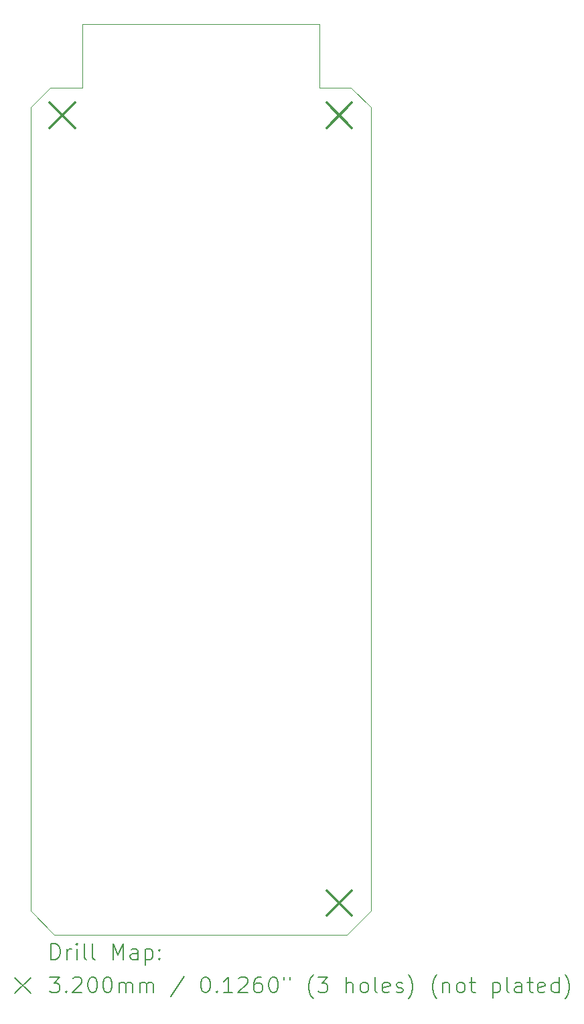
<source format=gbr>
%TF.GenerationSoftware,KiCad,Pcbnew,8.0.8-8.0.8-0~ubuntu24.04.1*%
%TF.CreationDate,2025-03-23T19:57:37+01:00*%
%TF.ProjectId,teaser,74656173-6572-42e6-9b69-6361645f7063,rev?*%
%TF.SameCoordinates,Original*%
%TF.FileFunction,Drillmap*%
%TF.FilePolarity,Positive*%
%FSLAX45Y45*%
G04 Gerber Fmt 4.5, Leading zero omitted, Abs format (unit mm)*
G04 Created by KiCad (PCBNEW 8.0.8-8.0.8-0~ubuntu24.04.1) date 2025-03-23 19:57:37*
%MOMM*%
%LPD*%
G01*
G04 APERTURE LIST*
%ADD10C,0.050000*%
%ADD11C,0.200000*%
%ADD12C,0.320000*%
G04 APERTURE END LIST*
D10*
X12400000Y-15850000D02*
X12100000Y-15550000D01*
X16400000Y-15550000D02*
X16400000Y-5400000D01*
X12750000Y-4350000D02*
X15750000Y-4350000D01*
X12350000Y-5150000D02*
X12100000Y-5400000D01*
X12750000Y-5150000D02*
X12350000Y-5150000D01*
X12750000Y-4350000D02*
X12750000Y-5150000D01*
X16150000Y-5150000D02*
X16400000Y-5400000D01*
X15750000Y-5150000D02*
X16150000Y-5150000D01*
X15750000Y-4350000D02*
X15750000Y-5150000D01*
X12100000Y-14750000D02*
X12100000Y-5400000D01*
X16100000Y-15850000D02*
X16400000Y-15550000D01*
X12100000Y-14750000D02*
X12100000Y-15550000D01*
X12400000Y-15850000D02*
X16100000Y-15850000D01*
D11*
D12*
X12340000Y-5340000D02*
X12660000Y-5660000D01*
X12660000Y-5340000D02*
X12340000Y-5660000D01*
X15840000Y-5340000D02*
X16160000Y-5660000D01*
X16160000Y-5340000D02*
X15840000Y-5660000D01*
X15840000Y-15290000D02*
X16160000Y-15610000D01*
X16160000Y-15290000D02*
X15840000Y-15610000D01*
D11*
X12358277Y-16163984D02*
X12358277Y-15963984D01*
X12358277Y-15963984D02*
X12405896Y-15963984D01*
X12405896Y-15963984D02*
X12434467Y-15973508D01*
X12434467Y-15973508D02*
X12453515Y-15992555D01*
X12453515Y-15992555D02*
X12463039Y-16011603D01*
X12463039Y-16011603D02*
X12472562Y-16049698D01*
X12472562Y-16049698D02*
X12472562Y-16078269D01*
X12472562Y-16078269D02*
X12463039Y-16116365D01*
X12463039Y-16116365D02*
X12453515Y-16135412D01*
X12453515Y-16135412D02*
X12434467Y-16154460D01*
X12434467Y-16154460D02*
X12405896Y-16163984D01*
X12405896Y-16163984D02*
X12358277Y-16163984D01*
X12558277Y-16163984D02*
X12558277Y-16030650D01*
X12558277Y-16068746D02*
X12567801Y-16049698D01*
X12567801Y-16049698D02*
X12577324Y-16040174D01*
X12577324Y-16040174D02*
X12596372Y-16030650D01*
X12596372Y-16030650D02*
X12615420Y-16030650D01*
X12682086Y-16163984D02*
X12682086Y-16030650D01*
X12682086Y-15963984D02*
X12672562Y-15973508D01*
X12672562Y-15973508D02*
X12682086Y-15983031D01*
X12682086Y-15983031D02*
X12691610Y-15973508D01*
X12691610Y-15973508D02*
X12682086Y-15963984D01*
X12682086Y-15963984D02*
X12682086Y-15983031D01*
X12805896Y-16163984D02*
X12786848Y-16154460D01*
X12786848Y-16154460D02*
X12777324Y-16135412D01*
X12777324Y-16135412D02*
X12777324Y-15963984D01*
X12910658Y-16163984D02*
X12891610Y-16154460D01*
X12891610Y-16154460D02*
X12882086Y-16135412D01*
X12882086Y-16135412D02*
X12882086Y-15963984D01*
X13139229Y-16163984D02*
X13139229Y-15963984D01*
X13139229Y-15963984D02*
X13205896Y-16106841D01*
X13205896Y-16106841D02*
X13272562Y-15963984D01*
X13272562Y-15963984D02*
X13272562Y-16163984D01*
X13453515Y-16163984D02*
X13453515Y-16059222D01*
X13453515Y-16059222D02*
X13443991Y-16040174D01*
X13443991Y-16040174D02*
X13424943Y-16030650D01*
X13424943Y-16030650D02*
X13386848Y-16030650D01*
X13386848Y-16030650D02*
X13367801Y-16040174D01*
X13453515Y-16154460D02*
X13434467Y-16163984D01*
X13434467Y-16163984D02*
X13386848Y-16163984D01*
X13386848Y-16163984D02*
X13367801Y-16154460D01*
X13367801Y-16154460D02*
X13358277Y-16135412D01*
X13358277Y-16135412D02*
X13358277Y-16116365D01*
X13358277Y-16116365D02*
X13367801Y-16097317D01*
X13367801Y-16097317D02*
X13386848Y-16087793D01*
X13386848Y-16087793D02*
X13434467Y-16087793D01*
X13434467Y-16087793D02*
X13453515Y-16078269D01*
X13548753Y-16030650D02*
X13548753Y-16230650D01*
X13548753Y-16040174D02*
X13567801Y-16030650D01*
X13567801Y-16030650D02*
X13605896Y-16030650D01*
X13605896Y-16030650D02*
X13624943Y-16040174D01*
X13624943Y-16040174D02*
X13634467Y-16049698D01*
X13634467Y-16049698D02*
X13643991Y-16068746D01*
X13643991Y-16068746D02*
X13643991Y-16125888D01*
X13643991Y-16125888D02*
X13634467Y-16144936D01*
X13634467Y-16144936D02*
X13624943Y-16154460D01*
X13624943Y-16154460D02*
X13605896Y-16163984D01*
X13605896Y-16163984D02*
X13567801Y-16163984D01*
X13567801Y-16163984D02*
X13548753Y-16154460D01*
X13729705Y-16144936D02*
X13739229Y-16154460D01*
X13739229Y-16154460D02*
X13729705Y-16163984D01*
X13729705Y-16163984D02*
X13720182Y-16154460D01*
X13720182Y-16154460D02*
X13729705Y-16144936D01*
X13729705Y-16144936D02*
X13729705Y-16163984D01*
X13729705Y-16040174D02*
X13739229Y-16049698D01*
X13739229Y-16049698D02*
X13729705Y-16059222D01*
X13729705Y-16059222D02*
X13720182Y-16049698D01*
X13720182Y-16049698D02*
X13729705Y-16040174D01*
X13729705Y-16040174D02*
X13729705Y-16059222D01*
X11897500Y-16392500D02*
X12097500Y-16592500D01*
X12097500Y-16392500D02*
X11897500Y-16592500D01*
X12339229Y-16383984D02*
X12463039Y-16383984D01*
X12463039Y-16383984D02*
X12396372Y-16460174D01*
X12396372Y-16460174D02*
X12424943Y-16460174D01*
X12424943Y-16460174D02*
X12443991Y-16469698D01*
X12443991Y-16469698D02*
X12453515Y-16479222D01*
X12453515Y-16479222D02*
X12463039Y-16498269D01*
X12463039Y-16498269D02*
X12463039Y-16545888D01*
X12463039Y-16545888D02*
X12453515Y-16564936D01*
X12453515Y-16564936D02*
X12443991Y-16574460D01*
X12443991Y-16574460D02*
X12424943Y-16583984D01*
X12424943Y-16583984D02*
X12367801Y-16583984D01*
X12367801Y-16583984D02*
X12348753Y-16574460D01*
X12348753Y-16574460D02*
X12339229Y-16564936D01*
X12548753Y-16564936D02*
X12558277Y-16574460D01*
X12558277Y-16574460D02*
X12548753Y-16583984D01*
X12548753Y-16583984D02*
X12539229Y-16574460D01*
X12539229Y-16574460D02*
X12548753Y-16564936D01*
X12548753Y-16564936D02*
X12548753Y-16583984D01*
X12634467Y-16403031D02*
X12643991Y-16393508D01*
X12643991Y-16393508D02*
X12663039Y-16383984D01*
X12663039Y-16383984D02*
X12710658Y-16383984D01*
X12710658Y-16383984D02*
X12729705Y-16393508D01*
X12729705Y-16393508D02*
X12739229Y-16403031D01*
X12739229Y-16403031D02*
X12748753Y-16422079D01*
X12748753Y-16422079D02*
X12748753Y-16441127D01*
X12748753Y-16441127D02*
X12739229Y-16469698D01*
X12739229Y-16469698D02*
X12624943Y-16583984D01*
X12624943Y-16583984D02*
X12748753Y-16583984D01*
X12872562Y-16383984D02*
X12891610Y-16383984D01*
X12891610Y-16383984D02*
X12910658Y-16393508D01*
X12910658Y-16393508D02*
X12920182Y-16403031D01*
X12920182Y-16403031D02*
X12929705Y-16422079D01*
X12929705Y-16422079D02*
X12939229Y-16460174D01*
X12939229Y-16460174D02*
X12939229Y-16507793D01*
X12939229Y-16507793D02*
X12929705Y-16545888D01*
X12929705Y-16545888D02*
X12920182Y-16564936D01*
X12920182Y-16564936D02*
X12910658Y-16574460D01*
X12910658Y-16574460D02*
X12891610Y-16583984D01*
X12891610Y-16583984D02*
X12872562Y-16583984D01*
X12872562Y-16583984D02*
X12853515Y-16574460D01*
X12853515Y-16574460D02*
X12843991Y-16564936D01*
X12843991Y-16564936D02*
X12834467Y-16545888D01*
X12834467Y-16545888D02*
X12824943Y-16507793D01*
X12824943Y-16507793D02*
X12824943Y-16460174D01*
X12824943Y-16460174D02*
X12834467Y-16422079D01*
X12834467Y-16422079D02*
X12843991Y-16403031D01*
X12843991Y-16403031D02*
X12853515Y-16393508D01*
X12853515Y-16393508D02*
X12872562Y-16383984D01*
X13063039Y-16383984D02*
X13082086Y-16383984D01*
X13082086Y-16383984D02*
X13101134Y-16393508D01*
X13101134Y-16393508D02*
X13110658Y-16403031D01*
X13110658Y-16403031D02*
X13120182Y-16422079D01*
X13120182Y-16422079D02*
X13129705Y-16460174D01*
X13129705Y-16460174D02*
X13129705Y-16507793D01*
X13129705Y-16507793D02*
X13120182Y-16545888D01*
X13120182Y-16545888D02*
X13110658Y-16564936D01*
X13110658Y-16564936D02*
X13101134Y-16574460D01*
X13101134Y-16574460D02*
X13082086Y-16583984D01*
X13082086Y-16583984D02*
X13063039Y-16583984D01*
X13063039Y-16583984D02*
X13043991Y-16574460D01*
X13043991Y-16574460D02*
X13034467Y-16564936D01*
X13034467Y-16564936D02*
X13024943Y-16545888D01*
X13024943Y-16545888D02*
X13015420Y-16507793D01*
X13015420Y-16507793D02*
X13015420Y-16460174D01*
X13015420Y-16460174D02*
X13024943Y-16422079D01*
X13024943Y-16422079D02*
X13034467Y-16403031D01*
X13034467Y-16403031D02*
X13043991Y-16393508D01*
X13043991Y-16393508D02*
X13063039Y-16383984D01*
X13215420Y-16583984D02*
X13215420Y-16450650D01*
X13215420Y-16469698D02*
X13224943Y-16460174D01*
X13224943Y-16460174D02*
X13243991Y-16450650D01*
X13243991Y-16450650D02*
X13272563Y-16450650D01*
X13272563Y-16450650D02*
X13291610Y-16460174D01*
X13291610Y-16460174D02*
X13301134Y-16479222D01*
X13301134Y-16479222D02*
X13301134Y-16583984D01*
X13301134Y-16479222D02*
X13310658Y-16460174D01*
X13310658Y-16460174D02*
X13329705Y-16450650D01*
X13329705Y-16450650D02*
X13358277Y-16450650D01*
X13358277Y-16450650D02*
X13377324Y-16460174D01*
X13377324Y-16460174D02*
X13386848Y-16479222D01*
X13386848Y-16479222D02*
X13386848Y-16583984D01*
X13482086Y-16583984D02*
X13482086Y-16450650D01*
X13482086Y-16469698D02*
X13491610Y-16460174D01*
X13491610Y-16460174D02*
X13510658Y-16450650D01*
X13510658Y-16450650D02*
X13539229Y-16450650D01*
X13539229Y-16450650D02*
X13558277Y-16460174D01*
X13558277Y-16460174D02*
X13567801Y-16479222D01*
X13567801Y-16479222D02*
X13567801Y-16583984D01*
X13567801Y-16479222D02*
X13577324Y-16460174D01*
X13577324Y-16460174D02*
X13596372Y-16450650D01*
X13596372Y-16450650D02*
X13624943Y-16450650D01*
X13624943Y-16450650D02*
X13643991Y-16460174D01*
X13643991Y-16460174D02*
X13653515Y-16479222D01*
X13653515Y-16479222D02*
X13653515Y-16583984D01*
X14043991Y-16374460D02*
X13872563Y-16631603D01*
X14301134Y-16383984D02*
X14320182Y-16383984D01*
X14320182Y-16383984D02*
X14339229Y-16393508D01*
X14339229Y-16393508D02*
X14348753Y-16403031D01*
X14348753Y-16403031D02*
X14358277Y-16422079D01*
X14358277Y-16422079D02*
X14367801Y-16460174D01*
X14367801Y-16460174D02*
X14367801Y-16507793D01*
X14367801Y-16507793D02*
X14358277Y-16545888D01*
X14358277Y-16545888D02*
X14348753Y-16564936D01*
X14348753Y-16564936D02*
X14339229Y-16574460D01*
X14339229Y-16574460D02*
X14320182Y-16583984D01*
X14320182Y-16583984D02*
X14301134Y-16583984D01*
X14301134Y-16583984D02*
X14282086Y-16574460D01*
X14282086Y-16574460D02*
X14272563Y-16564936D01*
X14272563Y-16564936D02*
X14263039Y-16545888D01*
X14263039Y-16545888D02*
X14253515Y-16507793D01*
X14253515Y-16507793D02*
X14253515Y-16460174D01*
X14253515Y-16460174D02*
X14263039Y-16422079D01*
X14263039Y-16422079D02*
X14272563Y-16403031D01*
X14272563Y-16403031D02*
X14282086Y-16393508D01*
X14282086Y-16393508D02*
X14301134Y-16383984D01*
X14453515Y-16564936D02*
X14463039Y-16574460D01*
X14463039Y-16574460D02*
X14453515Y-16583984D01*
X14453515Y-16583984D02*
X14443991Y-16574460D01*
X14443991Y-16574460D02*
X14453515Y-16564936D01*
X14453515Y-16564936D02*
X14453515Y-16583984D01*
X14653515Y-16583984D02*
X14539229Y-16583984D01*
X14596372Y-16583984D02*
X14596372Y-16383984D01*
X14596372Y-16383984D02*
X14577325Y-16412555D01*
X14577325Y-16412555D02*
X14558277Y-16431603D01*
X14558277Y-16431603D02*
X14539229Y-16441127D01*
X14729706Y-16403031D02*
X14739229Y-16393508D01*
X14739229Y-16393508D02*
X14758277Y-16383984D01*
X14758277Y-16383984D02*
X14805896Y-16383984D01*
X14805896Y-16383984D02*
X14824944Y-16393508D01*
X14824944Y-16393508D02*
X14834467Y-16403031D01*
X14834467Y-16403031D02*
X14843991Y-16422079D01*
X14843991Y-16422079D02*
X14843991Y-16441127D01*
X14843991Y-16441127D02*
X14834467Y-16469698D01*
X14834467Y-16469698D02*
X14720182Y-16583984D01*
X14720182Y-16583984D02*
X14843991Y-16583984D01*
X15015420Y-16383984D02*
X14977325Y-16383984D01*
X14977325Y-16383984D02*
X14958277Y-16393508D01*
X14958277Y-16393508D02*
X14948753Y-16403031D01*
X14948753Y-16403031D02*
X14929706Y-16431603D01*
X14929706Y-16431603D02*
X14920182Y-16469698D01*
X14920182Y-16469698D02*
X14920182Y-16545888D01*
X14920182Y-16545888D02*
X14929706Y-16564936D01*
X14929706Y-16564936D02*
X14939229Y-16574460D01*
X14939229Y-16574460D02*
X14958277Y-16583984D01*
X14958277Y-16583984D02*
X14996372Y-16583984D01*
X14996372Y-16583984D02*
X15015420Y-16574460D01*
X15015420Y-16574460D02*
X15024944Y-16564936D01*
X15024944Y-16564936D02*
X15034467Y-16545888D01*
X15034467Y-16545888D02*
X15034467Y-16498269D01*
X15034467Y-16498269D02*
X15024944Y-16479222D01*
X15024944Y-16479222D02*
X15015420Y-16469698D01*
X15015420Y-16469698D02*
X14996372Y-16460174D01*
X14996372Y-16460174D02*
X14958277Y-16460174D01*
X14958277Y-16460174D02*
X14939229Y-16469698D01*
X14939229Y-16469698D02*
X14929706Y-16479222D01*
X14929706Y-16479222D02*
X14920182Y-16498269D01*
X15158277Y-16383984D02*
X15177325Y-16383984D01*
X15177325Y-16383984D02*
X15196372Y-16393508D01*
X15196372Y-16393508D02*
X15205896Y-16403031D01*
X15205896Y-16403031D02*
X15215420Y-16422079D01*
X15215420Y-16422079D02*
X15224944Y-16460174D01*
X15224944Y-16460174D02*
X15224944Y-16507793D01*
X15224944Y-16507793D02*
X15215420Y-16545888D01*
X15215420Y-16545888D02*
X15205896Y-16564936D01*
X15205896Y-16564936D02*
X15196372Y-16574460D01*
X15196372Y-16574460D02*
X15177325Y-16583984D01*
X15177325Y-16583984D02*
X15158277Y-16583984D01*
X15158277Y-16583984D02*
X15139229Y-16574460D01*
X15139229Y-16574460D02*
X15129706Y-16564936D01*
X15129706Y-16564936D02*
X15120182Y-16545888D01*
X15120182Y-16545888D02*
X15110658Y-16507793D01*
X15110658Y-16507793D02*
X15110658Y-16460174D01*
X15110658Y-16460174D02*
X15120182Y-16422079D01*
X15120182Y-16422079D02*
X15129706Y-16403031D01*
X15129706Y-16403031D02*
X15139229Y-16393508D01*
X15139229Y-16393508D02*
X15158277Y-16383984D01*
X15301134Y-16383984D02*
X15301134Y-16422079D01*
X15377325Y-16383984D02*
X15377325Y-16422079D01*
X15672563Y-16660174D02*
X15663039Y-16650650D01*
X15663039Y-16650650D02*
X15643991Y-16622079D01*
X15643991Y-16622079D02*
X15634468Y-16603031D01*
X15634468Y-16603031D02*
X15624944Y-16574460D01*
X15624944Y-16574460D02*
X15615420Y-16526841D01*
X15615420Y-16526841D02*
X15615420Y-16488746D01*
X15615420Y-16488746D02*
X15624944Y-16441127D01*
X15624944Y-16441127D02*
X15634468Y-16412555D01*
X15634468Y-16412555D02*
X15643991Y-16393508D01*
X15643991Y-16393508D02*
X15663039Y-16364936D01*
X15663039Y-16364936D02*
X15672563Y-16355412D01*
X15729706Y-16383984D02*
X15853515Y-16383984D01*
X15853515Y-16383984D02*
X15786848Y-16460174D01*
X15786848Y-16460174D02*
X15815420Y-16460174D01*
X15815420Y-16460174D02*
X15834468Y-16469698D01*
X15834468Y-16469698D02*
X15843991Y-16479222D01*
X15843991Y-16479222D02*
X15853515Y-16498269D01*
X15853515Y-16498269D02*
X15853515Y-16545888D01*
X15853515Y-16545888D02*
X15843991Y-16564936D01*
X15843991Y-16564936D02*
X15834468Y-16574460D01*
X15834468Y-16574460D02*
X15815420Y-16583984D01*
X15815420Y-16583984D02*
X15758277Y-16583984D01*
X15758277Y-16583984D02*
X15739229Y-16574460D01*
X15739229Y-16574460D02*
X15729706Y-16564936D01*
X16091610Y-16583984D02*
X16091610Y-16383984D01*
X16177325Y-16583984D02*
X16177325Y-16479222D01*
X16177325Y-16479222D02*
X16167801Y-16460174D01*
X16167801Y-16460174D02*
X16148753Y-16450650D01*
X16148753Y-16450650D02*
X16120182Y-16450650D01*
X16120182Y-16450650D02*
X16101134Y-16460174D01*
X16101134Y-16460174D02*
X16091610Y-16469698D01*
X16301134Y-16583984D02*
X16282087Y-16574460D01*
X16282087Y-16574460D02*
X16272563Y-16564936D01*
X16272563Y-16564936D02*
X16263039Y-16545888D01*
X16263039Y-16545888D02*
X16263039Y-16488746D01*
X16263039Y-16488746D02*
X16272563Y-16469698D01*
X16272563Y-16469698D02*
X16282087Y-16460174D01*
X16282087Y-16460174D02*
X16301134Y-16450650D01*
X16301134Y-16450650D02*
X16329706Y-16450650D01*
X16329706Y-16450650D02*
X16348753Y-16460174D01*
X16348753Y-16460174D02*
X16358277Y-16469698D01*
X16358277Y-16469698D02*
X16367801Y-16488746D01*
X16367801Y-16488746D02*
X16367801Y-16545888D01*
X16367801Y-16545888D02*
X16358277Y-16564936D01*
X16358277Y-16564936D02*
X16348753Y-16574460D01*
X16348753Y-16574460D02*
X16329706Y-16583984D01*
X16329706Y-16583984D02*
X16301134Y-16583984D01*
X16482087Y-16583984D02*
X16463039Y-16574460D01*
X16463039Y-16574460D02*
X16453515Y-16555412D01*
X16453515Y-16555412D02*
X16453515Y-16383984D01*
X16634468Y-16574460D02*
X16615420Y-16583984D01*
X16615420Y-16583984D02*
X16577325Y-16583984D01*
X16577325Y-16583984D02*
X16558277Y-16574460D01*
X16558277Y-16574460D02*
X16548753Y-16555412D01*
X16548753Y-16555412D02*
X16548753Y-16479222D01*
X16548753Y-16479222D02*
X16558277Y-16460174D01*
X16558277Y-16460174D02*
X16577325Y-16450650D01*
X16577325Y-16450650D02*
X16615420Y-16450650D01*
X16615420Y-16450650D02*
X16634468Y-16460174D01*
X16634468Y-16460174D02*
X16643991Y-16479222D01*
X16643991Y-16479222D02*
X16643991Y-16498269D01*
X16643991Y-16498269D02*
X16548753Y-16517317D01*
X16720182Y-16574460D02*
X16739230Y-16583984D01*
X16739230Y-16583984D02*
X16777325Y-16583984D01*
X16777325Y-16583984D02*
X16796373Y-16574460D01*
X16796373Y-16574460D02*
X16805896Y-16555412D01*
X16805896Y-16555412D02*
X16805896Y-16545888D01*
X16805896Y-16545888D02*
X16796373Y-16526841D01*
X16796373Y-16526841D02*
X16777325Y-16517317D01*
X16777325Y-16517317D02*
X16748753Y-16517317D01*
X16748753Y-16517317D02*
X16729706Y-16507793D01*
X16729706Y-16507793D02*
X16720182Y-16488746D01*
X16720182Y-16488746D02*
X16720182Y-16479222D01*
X16720182Y-16479222D02*
X16729706Y-16460174D01*
X16729706Y-16460174D02*
X16748753Y-16450650D01*
X16748753Y-16450650D02*
X16777325Y-16450650D01*
X16777325Y-16450650D02*
X16796373Y-16460174D01*
X16872563Y-16660174D02*
X16882087Y-16650650D01*
X16882087Y-16650650D02*
X16901134Y-16622079D01*
X16901134Y-16622079D02*
X16910658Y-16603031D01*
X16910658Y-16603031D02*
X16920182Y-16574460D01*
X16920182Y-16574460D02*
X16929706Y-16526841D01*
X16929706Y-16526841D02*
X16929706Y-16488746D01*
X16929706Y-16488746D02*
X16920182Y-16441127D01*
X16920182Y-16441127D02*
X16910658Y-16412555D01*
X16910658Y-16412555D02*
X16901134Y-16393508D01*
X16901134Y-16393508D02*
X16882087Y-16364936D01*
X16882087Y-16364936D02*
X16872563Y-16355412D01*
X17234468Y-16660174D02*
X17224944Y-16650650D01*
X17224944Y-16650650D02*
X17205896Y-16622079D01*
X17205896Y-16622079D02*
X17196373Y-16603031D01*
X17196373Y-16603031D02*
X17186849Y-16574460D01*
X17186849Y-16574460D02*
X17177325Y-16526841D01*
X17177325Y-16526841D02*
X17177325Y-16488746D01*
X17177325Y-16488746D02*
X17186849Y-16441127D01*
X17186849Y-16441127D02*
X17196373Y-16412555D01*
X17196373Y-16412555D02*
X17205896Y-16393508D01*
X17205896Y-16393508D02*
X17224944Y-16364936D01*
X17224944Y-16364936D02*
X17234468Y-16355412D01*
X17310658Y-16450650D02*
X17310658Y-16583984D01*
X17310658Y-16469698D02*
X17320182Y-16460174D01*
X17320182Y-16460174D02*
X17339230Y-16450650D01*
X17339230Y-16450650D02*
X17367801Y-16450650D01*
X17367801Y-16450650D02*
X17386849Y-16460174D01*
X17386849Y-16460174D02*
X17396373Y-16479222D01*
X17396373Y-16479222D02*
X17396373Y-16583984D01*
X17520182Y-16583984D02*
X17501134Y-16574460D01*
X17501134Y-16574460D02*
X17491611Y-16564936D01*
X17491611Y-16564936D02*
X17482087Y-16545888D01*
X17482087Y-16545888D02*
X17482087Y-16488746D01*
X17482087Y-16488746D02*
X17491611Y-16469698D01*
X17491611Y-16469698D02*
X17501134Y-16460174D01*
X17501134Y-16460174D02*
X17520182Y-16450650D01*
X17520182Y-16450650D02*
X17548754Y-16450650D01*
X17548754Y-16450650D02*
X17567801Y-16460174D01*
X17567801Y-16460174D02*
X17577325Y-16469698D01*
X17577325Y-16469698D02*
X17586849Y-16488746D01*
X17586849Y-16488746D02*
X17586849Y-16545888D01*
X17586849Y-16545888D02*
X17577325Y-16564936D01*
X17577325Y-16564936D02*
X17567801Y-16574460D01*
X17567801Y-16574460D02*
X17548754Y-16583984D01*
X17548754Y-16583984D02*
X17520182Y-16583984D01*
X17643992Y-16450650D02*
X17720182Y-16450650D01*
X17672563Y-16383984D02*
X17672563Y-16555412D01*
X17672563Y-16555412D02*
X17682087Y-16574460D01*
X17682087Y-16574460D02*
X17701134Y-16583984D01*
X17701134Y-16583984D02*
X17720182Y-16583984D01*
X17939230Y-16450650D02*
X17939230Y-16650650D01*
X17939230Y-16460174D02*
X17958277Y-16450650D01*
X17958277Y-16450650D02*
X17996373Y-16450650D01*
X17996373Y-16450650D02*
X18015420Y-16460174D01*
X18015420Y-16460174D02*
X18024944Y-16469698D01*
X18024944Y-16469698D02*
X18034468Y-16488746D01*
X18034468Y-16488746D02*
X18034468Y-16545888D01*
X18034468Y-16545888D02*
X18024944Y-16564936D01*
X18024944Y-16564936D02*
X18015420Y-16574460D01*
X18015420Y-16574460D02*
X17996373Y-16583984D01*
X17996373Y-16583984D02*
X17958277Y-16583984D01*
X17958277Y-16583984D02*
X17939230Y-16574460D01*
X18148754Y-16583984D02*
X18129706Y-16574460D01*
X18129706Y-16574460D02*
X18120182Y-16555412D01*
X18120182Y-16555412D02*
X18120182Y-16383984D01*
X18310658Y-16583984D02*
X18310658Y-16479222D01*
X18310658Y-16479222D02*
X18301135Y-16460174D01*
X18301135Y-16460174D02*
X18282087Y-16450650D01*
X18282087Y-16450650D02*
X18243992Y-16450650D01*
X18243992Y-16450650D02*
X18224944Y-16460174D01*
X18310658Y-16574460D02*
X18291611Y-16583984D01*
X18291611Y-16583984D02*
X18243992Y-16583984D01*
X18243992Y-16583984D02*
X18224944Y-16574460D01*
X18224944Y-16574460D02*
X18215420Y-16555412D01*
X18215420Y-16555412D02*
X18215420Y-16536365D01*
X18215420Y-16536365D02*
X18224944Y-16517317D01*
X18224944Y-16517317D02*
X18243992Y-16507793D01*
X18243992Y-16507793D02*
X18291611Y-16507793D01*
X18291611Y-16507793D02*
X18310658Y-16498269D01*
X18377325Y-16450650D02*
X18453515Y-16450650D01*
X18405896Y-16383984D02*
X18405896Y-16555412D01*
X18405896Y-16555412D02*
X18415420Y-16574460D01*
X18415420Y-16574460D02*
X18434468Y-16583984D01*
X18434468Y-16583984D02*
X18453515Y-16583984D01*
X18596373Y-16574460D02*
X18577325Y-16583984D01*
X18577325Y-16583984D02*
X18539230Y-16583984D01*
X18539230Y-16583984D02*
X18520182Y-16574460D01*
X18520182Y-16574460D02*
X18510658Y-16555412D01*
X18510658Y-16555412D02*
X18510658Y-16479222D01*
X18510658Y-16479222D02*
X18520182Y-16460174D01*
X18520182Y-16460174D02*
X18539230Y-16450650D01*
X18539230Y-16450650D02*
X18577325Y-16450650D01*
X18577325Y-16450650D02*
X18596373Y-16460174D01*
X18596373Y-16460174D02*
X18605896Y-16479222D01*
X18605896Y-16479222D02*
X18605896Y-16498269D01*
X18605896Y-16498269D02*
X18510658Y-16517317D01*
X18777325Y-16583984D02*
X18777325Y-16383984D01*
X18777325Y-16574460D02*
X18758277Y-16583984D01*
X18758277Y-16583984D02*
X18720182Y-16583984D01*
X18720182Y-16583984D02*
X18701135Y-16574460D01*
X18701135Y-16574460D02*
X18691611Y-16564936D01*
X18691611Y-16564936D02*
X18682087Y-16545888D01*
X18682087Y-16545888D02*
X18682087Y-16488746D01*
X18682087Y-16488746D02*
X18691611Y-16469698D01*
X18691611Y-16469698D02*
X18701135Y-16460174D01*
X18701135Y-16460174D02*
X18720182Y-16450650D01*
X18720182Y-16450650D02*
X18758277Y-16450650D01*
X18758277Y-16450650D02*
X18777325Y-16460174D01*
X18853516Y-16660174D02*
X18863039Y-16650650D01*
X18863039Y-16650650D02*
X18882087Y-16622079D01*
X18882087Y-16622079D02*
X18891611Y-16603031D01*
X18891611Y-16603031D02*
X18901135Y-16574460D01*
X18901135Y-16574460D02*
X18910658Y-16526841D01*
X18910658Y-16526841D02*
X18910658Y-16488746D01*
X18910658Y-16488746D02*
X18901135Y-16441127D01*
X18901135Y-16441127D02*
X18891611Y-16412555D01*
X18891611Y-16412555D02*
X18882087Y-16393508D01*
X18882087Y-16393508D02*
X18863039Y-16364936D01*
X18863039Y-16364936D02*
X18853516Y-16355412D01*
M02*

</source>
